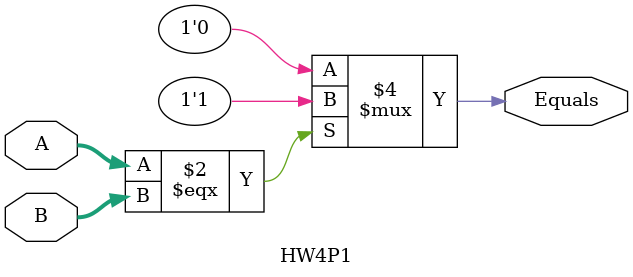
<source format=v>
 

module HW4P1( 
	input wire [1:0] A,
	input wire [1:0] B,
	output reg Equals
	);
	
	always @* begin
		if (A === B) begin
			Equals = 1;
		end
		else begin
			Equals = 0;
		end
	end
endmodule




    
</source>
